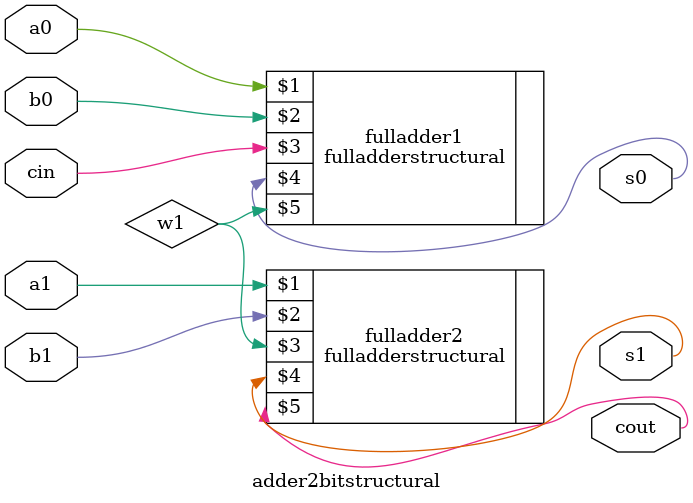
<source format=sv>
`timescale 1ns / 1ps

module adder2bitstructural( input logic a0,
    input logic b0,
    input logic cin,
    input logic a1,
    input logic b1,
    output logic s0,
    output logic s1,
    output logic cout
    );
    
    logic w1;
    
    fulladderstructural fulladder1(a0, b0, cin, s0, w1);
    fulladderstructural fulladder2(a1, b1, w1, s1, cout);
    
endmodule
</source>
